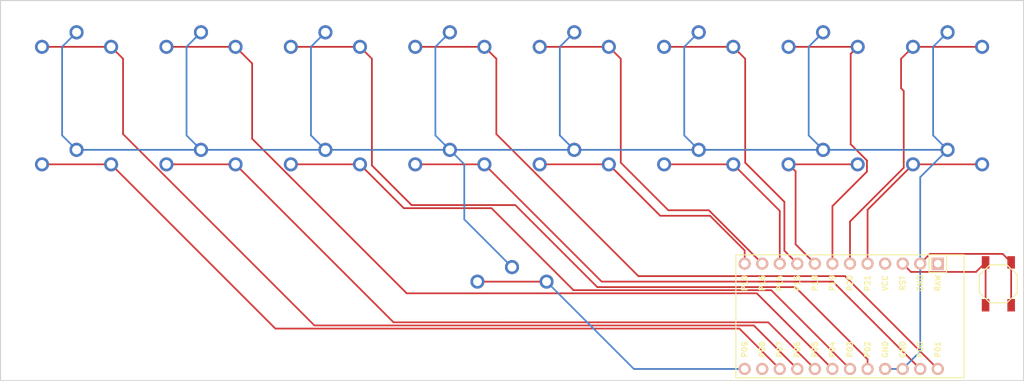
<source format=kicad_pcb>
(kicad_pcb (version 20221018) (generator pcbnew)
  (title_block (title "tutorial") (rev "v1.0.0") (company "Unknown"))
  (layers (0 "F.Cu" signal) (31 "B.Cu" signal) (34 "B.Paste" user) (35 "F.Paste" user) (36 "B.SilkS" user "B.Silkscreen") (37 "F.SilkS" user "F.Silkscreen") (38 "B.Mask" user) (39 "F.Mask" user) (44 "Edge.Cuts" user))
  (net 0 "")
  (net 1 "P6")
  (net 2 "GND")
  (net 3 "P4")
  (net 4 "P2")
  (net 5 "P1")
  (net 6 "P16")
  (net 7 "P15")
  (net 8 "P19")
  (net 9 "P20")
  (net 10 "P7")
  (net 11 "P5")
  (net 12 "P3")
  (net 13 "P0")
  (net 14 "P10")
  (net 15 "P14")
  (net 16 "P18")
  (net 17 "P21")
  (net 18 "P9")
  (net 19 "RAW")
  (net 20 "RST")
  (net 21 "VCC")
  (net 22 "P8")
  (footprint "E73:SW_TACT_ALPS_SKQGABE010" (layer "F.Cu") (at 160.225 56.855 -90)
    (fp_text reference "B1" hide)
    (fp_text value "" hide)
    (fp_line (start -2.75 -1.25) (end -2.75 1.25) (stroke (width 0.15)) (layer "F.SilkS"))
    (fp_line (start -2.75 -1.25) (end -1.25 -2.75) (stroke (width 0.15)) (layer "F.SilkS"))
    (fp_line (start -2.75 1.25) (end -1.25 2.75) (stroke (width 0.15)) (layer "F.SilkS"))
    (fp_line (start -1.25 -2.75) (end 1.25 -2.75) (stroke (width 0.15)) (layer "F.SilkS"))
    (fp_line (start -1.25 2.75) (end 1.25 2.75) (stroke (width 0.15)) (layer "F.SilkS"))
    (fp_line (start 2.75 -1.25) (end 1.25 -2.75) (stroke (width 0.15)) (layer "F.SilkS"))
    (fp_line (start 2.75 -1.25) (end 2.75 1.25) (stroke (width 0.15)) (layer "F.SilkS"))
    (fp_line (start 2.75 1.25) (end 1.25 2.75) (stroke (width 0.15)) (layer "F.SilkS"))
    (pad "1" smd rect (at -3.1 -1.85 270) (size 1.8 1.1) (layers "F.Cu" "F.Paste" "F.Mask") (net 2 "GND"))
    (pad "1" smd rect (at 3.1 -1.85 270) (size 1.8 1.1) (layers "F.Cu" "F.Paste" "F.Mask") (net 2 "GND"))
    (pad "2" smd rect (at -3.1 1.85 270) (size 1.8 1.1) (layers "F.Cu" "F.Paste" "F.Mask") (net 20 "RST"))
    (pad "2" smd rect (at 3.1 1.85 270) (size 1.8 1.1) (layers "F.Cu" "F.Paste" "F.Mask") (net 20 "RST"))
  )
  (footprint "PG1350" (layer "F.Cu") (at 44.875 26.375)
    (fp_text reference "S2" hide)
    (fp_text value "" hide)
    (pad "" np_thru_hole circle (at -5.5 0) (size 1.7018 1.7018) (drill 1.7018) (layers "*.Cu" "*.Mask"))
    (pad "" np_thru_hole circle (at 0 0) (size 3.429 3.429) (drill 3.429) (layers "*.Cu" "*.Mask"))
    (pad "" np_thru_hole circle (at 5.5 0) (size 1.7018 1.7018) (drill 1.7018) (layers "*.Cu" "*.Mask"))
    (pad "1" thru_hole circle (at -5 -3.8) (size 2.032 2.032) (drill 1.27) (layers "*.Cu" "*.Mask") (net 3 "P4"))
    (pad "1" thru_hole circle (at 5 -3.8) (size 2.032 2.032) (drill 1.27) (layers "*.Cu" "*.Mask") (net 3 "P4"))
    (pad "2" thru_hole circle (at 0 -5.9) (size 2.032 2.032) (drill 1.27) (layers "*.Cu" "*.Mask") (net 2 "GND"))
    (pad "2" thru_hole circle (at 0 -5.9) (size 2.032 2.032) (drill 1.27) (layers "*.Cu" "*.Mask") (net 2 "GND"))
  )
  (footprint "PG1350" (layer "F.Cu") (at 62.875 43.375)
    (fp_text reference "S11" hide)
    (fp_text value "" hide)
    (pad "" np_thru_hole circle (at -5.5 0) (size 1.7018 1.7018) (drill 1.7018) (layers "*.Cu" "*.Mask"))
    (pad "" np_thru_hole circle (at 0 0) (size 3.429 3.429) (drill 3.429) (layers "*.Cu" "*.Mask"))
    (pad "" np_thru_hole circle (at 5.5 0) (size 1.7018 1.7018) (drill 1.7018) (layers "*.Cu" "*.Mask"))
    (pad "1" thru_hole circle (at -5 -3.8) (size 2.032 2.032) (drill 1.27) (layers "*.Cu" "*.Mask") (net 12 "P3"))
    (pad "1" thru_hole circle (at 5 -3.8) (size 2.032 2.032) (drill 1.27) (layers "*.Cu" "*.Mask") (net 12 "P3"))
    (pad "2" thru_hole circle (at 0 -5.9) (size 2.032 2.032) (drill 1.27) (layers "*.Cu" "*.Mask") (net 2 "GND"))
    (pad "2" thru_hole circle (at 0 -5.9) (size 2.032 2.032) (drill 1.27) (layers "*.Cu" "*.Mask") (net 2 "GND"))
  )
  (footprint "PG1350" (layer "F.Cu") (at 152.875 43.375)
    (fp_text reference "S16" hide)
    (fp_text value "" hide)
    (pad "" np_thru_hole circle (at -5.5 0) (size 1.7018 1.7018) (drill 1.7018) (layers "*.Cu" "*.Mask"))
    (pad "" np_thru_hole circle (at 0 0) (size 3.429 3.429) (drill 3.429) (layers "*.Cu" "*.Mask"))
    (pad "" np_thru_hole circle (at 5.5 0) (size 1.7018 1.7018) (drill 1.7018) (layers "*.Cu" "*.Mask"))
    (pad "1" thru_hole circle (at -5 -3.8) (size 2.032 2.032) (drill 1.27) (layers "*.Cu" "*.Mask") (net 17 "P21"))
    (pad "1" thru_hole circle (at 5 -3.8) (size 2.032 2.032) (drill 1.27) (layers "*.Cu" "*.Mask") (net 17 "P21"))
    (pad "2" thru_hole circle (at 0 -5.9) (size 2.032 2.032) (drill 1.27) (layers "*.Cu" "*.Mask") (net 2 "GND"))
    (pad "2" thru_hole circle (at 0 -5.9) (size 2.032 2.032) (drill 1.27) (layers "*.Cu" "*.Mask") (net 2 "GND"))
  )
  (footprint "PG1350" (layer "F.Cu") (at 116.875 43.375)
    (fp_text reference "S14" hide)
    (fp_text value "" hide)
    (pad "" np_thru_hole circle (at -5.5 0) (size 1.7018 1.7018) (drill 1.7018) (layers "*.Cu" "*.Mask"))
    (pad "" np_thru_hole circle (at 0 0) (size 3.429 3.429) (drill 3.429) (layers "*.Cu" "*.Mask"))
    (pad "" np_thru_hole circle (at 5.5 0) (size 1.7018 1.7018) (drill 1.7018) (layers "*.Cu" "*.Mask"))
    (pad "1" thru_hole circle (at -5 -3.8) (size 2.032 2.032) (drill 1.27) (layers "*.Cu" "*.Mask") (net 15 "P14"))
    (pad "1" thru_hole circle (at 5 -3.8) (size 2.032 2.032) (drill 1.27) (layers "*.Cu" "*.Mask") (net 15 "P14"))
    (pad "2" thru_hole circle (at 0 -5.9) (size 2.032 2.032) (drill 1.27) (layers "*.Cu" "*.Mask") (net 2 "GND"))
    (pad "2" thru_hole circle (at 0 -5.9) (size 2.032 2.032) (drill 1.27) (layers "*.Cu" "*.Mask") (net 2 "GND"))
  )
  (footprint "PG1350" (layer "F.Cu") (at 134.875 26.375)
    (fp_text reference "S7" hide)
    (fp_text value "" hide)
    (pad "" np_thru_hole circle (at -5.5 0) (size 1.7018 1.7018) (drill 1.7018) (layers "*.Cu" "*.Mask"))
    (pad "" np_thru_hole circle (at 0 0) (size 3.429 3.429) (drill 3.429) (layers "*.Cu" "*.Mask"))
    (pad "" np_thru_hole circle (at 5.5 0) (size 1.7018 1.7018) (drill 1.7018) (layers "*.Cu" "*.Mask"))
    (pad "1" thru_hole circle (at -5 -3.8) (size 2.032 2.032) (drill 1.27) (layers "*.Cu" "*.Mask") (net 8 "P19"))
    (pad "1" thru_hole circle (at 5 -3.8) (size 2.032 2.032) (drill 1.27) (layers "*.Cu" "*.Mask") (net 8 "P19"))
    (pad "2" thru_hole circle (at 0 -5.9) (size 2.032 2.032) (drill 1.27) (layers "*.Cu" "*.Mask") (net 2 "GND"))
    (pad "2" thru_hole circle (at 0 -5.9) (size 2.032 2.032) (drill 1.27) (layers "*.Cu" "*.Mask") (net 2 "GND"))
  )
  (footprint "PG1350" (layer "F.Cu") (at 80.875 43.375)
    (fp_text reference "S12" hide)
    (fp_text value "" hide)
    (pad "" np_thru_hole circle (at -5.5 0) (size 1.7018 1.7018) (drill 1.7018) (layers "*.Cu" "*.Mask"))
    (pad "" np_thru_hole circle (at 0 0) (size 3.429 3.429) (drill 3.429) (layers "*.Cu" "*.Mask"))
    (pad "" np_thru_hole circle (at 5.5 0) (size 1.7018 1.7018) (drill 1.7018) (layers "*.Cu" "*.Mask"))
    (pad "1" thru_hole circle (at -5 -3.8) (size 2.032 2.032) (drill 1.27) (layers "*.Cu" "*.Mask") (net 13 "P0"))
    (pad "1" thru_hole circle (at 5 -3.8) (size 2.032 2.032) (drill 1.27) (layers "*.Cu" "*.Mask") (net 13 "P0"))
    (pad "2" thru_hole circle (at 0 -5.9) (size 2.032 2.032) (drill 1.27) (layers "*.Cu" "*.Mask") (net 2 "GND"))
    (pad "2" thru_hole circle (at 0 -5.9) (size 2.032 2.032) (drill 1.27) (layers "*.Cu" "*.Mask") (net 2 "GND"))
  )
  (footprint "PG1350" (layer "F.Cu") (at 89.867 60.342)
    (fp_text reference "S17" hide)
    (fp_text value "" hide)
    (pad "" np_thru_hole circle (at -5.5 0) (size 1.7018 1.7018) (drill 1.7018) (layers "*.Cu" "*.Mask"))
    (pad "" np_thru_hole circle (at 0 0) (size 3.429 3.429) (drill 3.429) (layers "*.Cu" "*.Mask"))
    (pad "" np_thru_hole circle (at 5.5 0) (size 1.7018 1.7018) (drill 1.7018) (layers "*.Cu" "*.Mask"))
    (pad "1" thru_hole circle (at -5 -3.8) (size 2.032 2.032) (drill 1.27) (layers "*.Cu" "*.Mask") (net 18 "P9"))
    (pad "1" thru_hole circle (at 5 -3.8) (size 2.032 2.032) (drill 1.27) (layers "*.Cu" "*.Mask") (net 18 "P9"))
    (pad "2" thru_hole circle (at 0 -5.9) (size 2.032 2.032) (drill 1.27) (layers "*.Cu" "*.Mask") (net 2 "GND"))
    (pad "2" thru_hole circle (at 0 -5.9) (size 2.032 2.032) (drill 1.27) (layers "*.Cu" "*.Mask") (net 2 "GND"))
  )
  (footprint "PG1350" (layer "F.Cu") (at 62.875 26.375)
    (fp_text reference "S3" hide)
    (fp_text value "" hide)
    (pad "" np_thru_hole circle (at -5.5 0) (size 1.7018 1.7018) (drill 1.7018) (layers "*.Cu" "*.Mask"))
    (pad "" np_thru_hole circle (at 0 0) (size 3.429 3.429) (drill 3.429) (layers "*.Cu" "*.Mask"))
    (pad "" np_thru_hole circle (at 5.5 0) (size 1.7018 1.7018) (drill 1.7018) (layers "*.Cu" "*.Mask"))
    (pad "1" thru_hole circle (at -5 -3.8) (size 2.032 2.032) (drill 1.27) (layers "*.Cu" "*.Mask") (net 4 "P2"))
    (pad "1" thru_hole circle (at 5 -3.8) (size 2.032 2.032) (drill 1.27) (layers "*.Cu" "*.Mask") (net 4 "P2"))
    (pad "2" thru_hole circle (at 0 -5.9) (size 2.032 2.032) (drill 1.27) (layers "*.Cu" "*.Mask") (net 2 "GND"))
    (pad "2" thru_hole circle (at 0 -5.9) (size 2.032 2.032) (drill 1.27) (layers "*.Cu" "*.Mask") (net 2 "GND"))
  )
  (footprint "PG1350" (layer "F.Cu") (at 152.875 26.375)
    (fp_text reference "S8" hide)
    (fp_text value "" hide)
    (pad "" np_thru_hole circle (at -5.5 0) (size 1.7018 1.7018) (drill 1.7018) (layers "*.Cu" "*.Mask"))
    (pad "" np_thru_hole circle (at 0 0) (size 3.429 3.429) (drill 3.429) (layers "*.Cu" "*.Mask"))
    (pad "" np_thru_hole circle (at 5.5 0) (size 1.7018 1.7018) (drill 1.7018) (layers "*.Cu" "*.Mask"))
    (pad "1" thru_hole circle (at -5 -3.8) (size 2.032 2.032) (drill 1.27) (layers "*.Cu" "*.Mask") (net 9 "P20"))
    (pad "1" thru_hole circle (at 5 -3.8) (size 2.032 2.032) (drill 1.27) (layers "*.Cu" "*.Mask") (net 9 "P20"))
    (pad "2" thru_hole circle (at 0 -5.9) (size 2.032 2.032) (drill 1.27) (layers "*.Cu" "*.Mask") (net 2 "GND"))
    (pad "2" thru_hole circle (at 0 -5.9) (size 2.032 2.032) (drill 1.27) (layers "*.Cu" "*.Mask") (net 2 "GND"))
  )
  (footprint "PG1350" (layer "F.Cu") (at 98.875 43.375)
    (fp_text reference "S13" hide)
    (fp_text value "" hide)
    (pad "" np_thru_hole circle (at -5.5 0) (size 1.7018 1.7018) (drill 1.7018) (layers "*.Cu" "*.Mask"))
    (pad "" np_thru_hole circle (at 0 0) (size 3.429 3.429) (drill 3.429) (layers "*.Cu" "*.Mask"))
    (pad "" np_thru_hole circle (at 5.5 0) (size 1.7018 1.7018) (drill 1.7018) (layers "*.Cu" "*.Mask"))
    (pad "1" thru_hole circle (at -5 -3.8) (size 2.032 2.032) (drill 1.27) (layers "*.Cu" "*.Mask") (net 14 "P10"))
    (pad "1" thru_hole circle (at 5 -3.8) (size 2.032 2.032) (drill 1.27) (layers "*.Cu" "*.Mask") (net 14 "P10"))
    (pad "2" thru_hole circle (at 0 -5.9) (size 2.032 2.032) (drill 1.27) (layers "*.Cu" "*.Mask") (net 2 "GND"))
    (pad "2" thru_hole circle (at 0 -5.9) (size 2.032 2.032) (drill 1.27) (layers "*.Cu" "*.Mask") (net 2 "GND"))
  )
  (footprint "PG1350" (layer "F.Cu") (at 80.875 26.375)
    (fp_text reference "S4" hide)
    (fp_text value "" hide)
    (pad "" np_thru_hole circle (at -5.5 0) (size 1.7018 1.7018) (drill 1.7018) (layers "*.Cu" "*.Mask"))
    (pad "" np_thru_hole circle (at 0 0) (size 3.429 3.429) (drill 3.429) (layers "*.Cu" "*.Mask"))
    (pad "" np_thru_hole circle (at 5.5 0) (size 1.7018 1.7018) (drill 1.7018) (layers "*.Cu" "*.Mask"))
    (pad "1" thru_hole circle (at -5 -3.8) (size 2.032 2.032) (drill 1.27) (layers "*.Cu" "*.Mask") (net 5 "P1"))
    (pad "1" thru_hole circle (at 5 -3.8) (size 2.032 2.032) (drill 1.27) (layers "*.Cu" "*.Mask") (net 5 "P1"))
    (pad "2" thru_hole circle (at 0 -5.9) (size 2.032 2.032) (drill 1.27) (layers "*.Cu" "*.Mask") (net 2 "GND"))
    (pad "2" thru_hole circle (at 0 -5.9) (size 2.032 2.032) (drill 1.27) (layers "*.Cu" "*.Mask") (net 2 "GND"))
  )
  (footprint "ProMicro" (layer "F.Cu") (at 137.492 61.554 180)
    (fp_text reference "MCU1" hide)
    (fp_text value "" hide)
    (fp_text user "P03" (at -1.27 -4.8 90) (layer "F.SilkS") (effects (font (size 0.8 0.8))))
    (fp_text user "P07" (at 8.89 -4.8 90) (layer "F.SilkS") (effects (font (size 0.8 0.8))))
    (fp_text user "P21" (at -3.81 4.8 90) (layer "F.SilkS") (effects (font (size 0.8 0.8))))
    (fp_text user "P05" (at 3.81 -4.8 90) (layer "F.SilkS") (effects (font (size 0.8 0.8))))
    (fp_text user "P20" (at -1.27 4.8 90) (layer "F.SilkS") (effects (font (size 0.8 0.8))))
    (fp_text user "GND" (at -6.35 -4.8 90) (layer "F.SilkS") (effects (font (size 0.8 0.8))))
    (fp_text user "P08" (at 11.43 -4.8 90) (layer "F.SilkS") (effects (font (size 0.8 0.8))))
    (fp_text user "P09" (at 13.97 -4.8 90) (layer "F.SilkS") (effects (font (size 0.8 0.8))))
    (fp_text user "P14" (at 8.89 4.8 90) (layer "F.SilkS") (effects (font (size 0.8 0.8))))
    (fp_text user "P16" (at 11.43 4.8 90) (layer "F.SilkS") (effects (font (size 0.8 0.8))))
    (fp_text user "P06" (at 6.35 -4.8 90) (layer "F.SilkS") (effects (font (size 0.8 0.8))))
    (fp_text user "P02" (at -3.81 -4.8 90) (layer "F.SilkS") (effects (font (size 0.8 0.8))))
    (fp_text user "GND" (at -11.43 4.8 90) (layer "F.SilkS") (effects (font (size 0.8 0.8))))
    (fp_text user "P19" (at 1.27 4.8 90) (layer "F.SilkS") (effects (font (size 0.8 0.8))))
    (fp_text user "P18" (at 3.81 4.8 90) (layer "F.SilkS") (effects (font (size 0.8 0.8))))
    (fp_text user "P00" (at -11.43 -4.8 90) (layer "F.SilkS") (effects (font (size 0.8 0.8))))
    (fp_text user "RST" (at -8.89 4.8 90) (layer "F.SilkS") (effects (font (size 0.8 0.8))))
    (fp_text user "P04" (at 1.27 -4.8 90) (layer "F.SilkS") (effects (font (size 0.8 0.8))))
    (fp_text user "P10" (at 13.97 4.8 90) (layer "F.SilkS") (effects (font (size 0.8 0.8))))
    (fp_text user "VCC" (at -6.35 4.8 90) (layer "F.SilkS") (effects (font (size 0.8 0.8))))
    (fp_text user "P01" (at -13.97 -4.8 90) (layer "F.SilkS") (effects (font (size 0.8 0.8))))
    (fp_text user "RAW" (at -13.97 4.8 90) (layer "F.SilkS") (effects (font (size 0.8 0.8))))
    (fp_text user "GND" (at -8.89 -4.8 90) (layer "F.SilkS") (effects (font (size 0.8 0.8))))
    (fp_text user "P15" (at 6.35 4.8 90) (layer "F.SilkS") (effects (font (size 0.8 0.8))))
    (fp_line (start -17.78 -8.89) (end -17.78 8.89) (stroke (width 0.15)) (layer "F.SilkS"))
    (fp_line (start -17.78 8.89) (end 15.24 8.89) (stroke (width 0.15)) (layer "F.SilkS"))
    (fp_line (start -15.24 6.35) (end -15.24 8.89) (stroke (width 0.15)) (layer "F.SilkS"))
    (fp_line (start -15.24 6.35) (end -12.7 6.35) (stroke (width 0.15)) (layer "F.SilkS"))
    (fp_line (start -12.7 6.35) (end -12.7 8.89) (stroke (width 0.15)) (layer "F.SilkS"))
    (fp_line (start 15.24 -8.89) (end -17.78 -8.89) (stroke (width 0.15)) (layer "F.SilkS"))
    (fp_line (start 15.24 8.89) (end 15.24 -8.89) (stroke (width 0.15)) (layer "F.SilkS"))
    (pad "1" thru_hole rect (at -13.97 7.62 180) (size 1.7526 1.7526) (drill 1.0922) (layers "*.Cu" "*.SilkS" "*.Mask") (net 19 "RAW"))
    (pad "2" thru_hole circle (at -11.43 7.62 180) (size 1.7526 1.7526) (drill 1.0922) (layers "*.Cu" "*.SilkS" "*.Mask") (net 2 "GND"))
    (pad "3" thru_hole circle (at -8.89 7.62 180) (size 1.7526 1.7526) (drill 1.0922) (layers "*.Cu" "*.SilkS" "*.Mask") (net 20 "RST"))
    (pad "4" thru_hole circle (at -6.35 7.62 180) (size 1.7526 1.7526) (drill 1.0922) (layers "*.Cu" "*.SilkS" "*.Mask") (net 21 "VCC"))
    (pad "5" thru_hole circle (at -3.81 7.62 180) (size 1.7526 1.7526) (drill 1.0922) (layers "*.Cu" "*.SilkS" "*.Mask") (net 17 "P21"))
    (pad "6" thru_hole circle (at -1.27 7.62 180) (size 1.7526 1.7526) (drill 1.0922) (layers "*.Cu" "*.SilkS" "*.Mask") (net 9 "P20"))
    (pad "7" thru_hole circle (at 1.27 7.62 180) (size 1.7526 1.7526) (drill 1.0922) (layers "*.Cu" "*.SilkS" "*.Mask") (net 8 "P19"))
    (pad "8" thru_hole circle (at 3.81 7.62 180) (size 1.7526 1.7526) (drill 1.0922) (layers "*.Cu" "*.SilkS" "*.Mask") (net 16 "P18"))
    (pad "9" thru_hole circle (at 6.35 7.62 180) (size 1.7526 1.7526) (drill 1.0922) (layers "*.Cu" "*.SilkS" "*.Mask") (net 7 "P15"))
    (pad "10" thru_hole circle (at 8.89 7.62 180) (size 1.7526 1.7526) (drill 1.0922) (layers "*.Cu" "*.SilkS" "*.Mask") (net 15 "P14"))
    (pad "11" thru_hole circle (at 11.43 7.62 180) (size 1.7526 1.7526) (drill 1.0922) (layers "*.Cu" "*.SilkS" "*.Mask") (net 6 "P16"))
    (pad "12" thru_hole circle (at 13.97 7.62 180) (size 1.7526 1.7526) (drill 1.0922) (layers "*.Cu" "*.SilkS" "*.Mask") (net 14 "P10"))
    (pad "13" thru_hole circle (at -13.97 -7.62 180) (size 1.7526 1.7526) (drill 1.0922) (layers "*.Cu" "*.SilkS" "*.Mask") (net 5 "P1"))
    (pad "14" thru_hole circle (at -11.43 -7.62 180) (size 1.7526 1.7526) (drill 1.0922) (layers "*.Cu" "*.SilkS" "*.Mask") (net 13 "P0"))
    (pad "15" thru_hole circle (at -8.89 -7.62 180) (size 1.7526 1.7526) (drill 1.0922) (layers "*.Cu" "*.SilkS" "*.Mask") (net 2 "GND"))
    (pad "16" thru_hole circle (at -6.35 -7.62 180) (size 1.7526 1.7526) (drill 1.0922) (layers "*.Cu" "*.SilkS" "*.Mask") (net 2 "GND"))
    (pad "17" thru_hole circle (at -3.81 -7.62 180) (size 1.7526 1.7526) (drill 1.0922) (layers "*.Cu" "*.SilkS" "*.Mask") (net 4 "P2"))
    (pad "18" thru_hole circle (at -1.27 -7.62 180) (size 1.7526 1.7526) (drill 1.0922) (layers "*.Cu" "*.SilkS" "*.Mask") (net 12 "P3"))
    (pad "19" thru_hole circle (at 1.27 -7.62 180) (size 1.7526 1.7526) (drill 1.0922) (layers "*.Cu" "*.SilkS" "*.Mask") (net 3 "P4"))
    (pad "20" thru_hole circle (at 3.81 -7.62 180) (size 1.7526 1.7526) (drill 1.0922) (layers "*.Cu" "*.SilkS" "*.Mask") (net 11 "P5"))
    (pad "21" thru_hole circle (at 6.35 -7.62 180) (size 1.7526 1.7526) (drill 1.0922) (layers "*.Cu" "*.SilkS" "*.Mask") (net 1 "P6"))
    (pad "22" thru_hole circle (at 8.89 -7.62 180) (size 1.7526 1.7526) (drill 1.0922) (layers "*.Cu" "*.SilkS" "*.Mask") (net 10 "P7"))
    (pad "23" thru_hole circle (at 11.43 -7.62 180) (size 1.7526 1.7526) (drill 1.0922) (layers "*.Cu" "*.SilkS" "*.Mask") (net 22 "P8"))
    (pad "24" thru_hole circle (at 13.97 -7.62 180) (size 1.7526 1.7526) (drill 1.0922) (layers "*.Cu" "*.SilkS" "*.Mask") (net 18 "P9"))
  )
  (footprint "PG1350" (layer "F.Cu") (at 26.875 26.375)
    (fp_text reference "S1" hide)
    (fp_text value "" hide)
    (pad "" np_thru_hole circle (at -5.5 0) (size 1.7018 1.7018) (drill 1.7018) (layers "*.Cu" "*.Mask"))
    (pad "" np_thru_hole circle (at 0 0) (size 3.429 3.429) (drill 3.429) (layers "*.Cu" "*.Mask"))
    (pad "" np_thru_hole circle (at 5.5 0) (size 1.7018 1.7018) (drill 1.7018) (layers "*.Cu" "*.Mask"))
    (pad "1" thru_hole circle (at -5 -3.8) (size 2.032 2.032) (drill 1.27) (layers "*.Cu" "*.Mask") (net 1 "P6"))
    (pad "1" thru_hole circle (at 5 -3.8) (size 2.032 2.032) (drill 1.27) (layers "*.Cu" "*.Mask") (net 1 "P6"))
    (pad "2" thru_hole circle (at 0 -5.9) (size 2.032 2.032) (drill 1.27) (layers "*.Cu" "*.Mask") (net 2 "GND"))
    (pad "2" thru_hole circle (at 0 -5.9) (size 2.032 2.032) (drill 1.27) (layers "*.Cu" "*.Mask") (net 2 "GND"))
  )
  (footprint "PG1350" (layer "F.Cu") (at 116.875 26.375)
    (fp_text reference "S6" hide)
    (fp_text value "" hide)
    (pad "" np_thru_hole circle (at -5.5 0) (size 1.7018 1.7018) (drill 1.7018) (layers "*.Cu" "*.Mask"))
    (pad "" np_thru_hole circle (at 0 0) (size 3.429 3.429) (drill 3.429) (layers "*.Cu" "*.Mask"))
    (pad "" np_thru_hole circle (at 5.5 0) (size 1.7018 1.7018) (drill 1.7018) (layers "*.Cu" "*.Mask"))
    (pad "1" thru_hole circle (at -5 -3.8) (size 2.032 2.032) (drill 1.27) (layers "*.Cu" "*.Mask") (net 7 "P15"))
    (pad "1" thru_hole circle (at 5 -3.8) (size 2.032 2.032) (drill 1.27) (layers "*.Cu" "*.Mask") (net 7 "P15"))
    (pad "2" thru_hole circle (at 0 -5.9) (size 2.032 2.032) (drill 1.27) (layers "*.Cu" "*.Mask") (net 2 "GND"))
    (pad "2" thru_hole circle (at 0 -5.9) (size 2.032 2.032) (drill 1.27) (layers "*.Cu" "*.Mask") (net 2 "GND"))
  )
  (footprint "PG1350" (layer "F.Cu") (at 134.875 43.375)
    (fp_text reference "S15" hide)
    (fp_text value "" hide)
    (pad "" np_thru_hole circle (at -5.5 0) (size 1.7018 1.7018) (drill 1.7018) (layers "*.Cu" "*.Mask"))
    (pad "" np_thru_hole circle (at 0 0) (size 3.429 3.429) (drill 3.429) (layers "*.Cu" "*.Mask"))
    (pad "" np_thru_hole circle (at 5.5 0) (size 1.7018 1.7018) (drill 1.7018) (layers "*.Cu" "*.Mask"))
    (pad "1" thru_hole circle (at -5 -3.8) (size 2.032 2.032) (drill 1.27) (layers "*.Cu" "*.Mask") (net 16 "P18"))
    (pad "1" thru_hole circle (at 5 -3.8) (size 2.032 2.032) (drill 1.27) (layers "*.Cu" "*.Mask") (net 16 "P18"))
    (pad "2" thru_hole circle (at 0 -5.9) (size 2.032 2.032) (drill 1.27) (layers "*.Cu" "*.Mask") (net 2 "GND"))
    (pad "2" thru_hole circle (at 0 -5.9) (size 2.032 2.032) (drill 1.27) (layers "*.Cu" "*.Mask") (net 2 "GND"))
  )
  (footprint "PG1350" (layer "F.Cu") (at 98.875 26.375)
    (fp_text reference "S5" hide)
    (fp_text value "" hide)
    (pad "" np_thru_hole circle (at -5.5 0) (size 1.7018 1.7018) (drill 1.7018) (layers "*.Cu" "*.Mask"))
    (pad "" np_thru_hole circle (at 0 0) (size 3.429 3.429) (drill 3.429) (layers "*.Cu" "*.Mask"))
    (pad "" np_thru_hole circle (at 5.5 0) (size 1.7018 1.7018) (drill 1.7018) (layers "*.Cu" "*.Mask"))
    (pad "1" thru_hole circle (at -5 -3.8) (size 2.032 2.032) (drill 1.27) (layers "*.Cu" "*.Mask") (net 6 "P16"))
    (pad "1" thru_hole circle (at 5 -3.8) (size 2.032 2.032) (drill 1.27) (layers "*.Cu" "*.Mask") (net 6 "P16"))
    (pad "2" thru_hole circle (at 0 -5.9) (size 2.032 2.032) (drill 1.27) (layers "*.Cu" "*.Mask") (net 2 "GND"))
    (pad "2" thru_hole circle (at 0 -5.9) (size 2.032 2.032) (drill 1.27) (layers "*.Cu" "*.Mask") (net 2 "GND"))
  )
  (footprint "PG1350" (layer "F.Cu") (at 26.875 43.375)
    (fp_text reference "S9" hide)
    (fp_text value "" hide)
    (pad "" np_thru_hole circle (at -5.5 0) (size 1.7018 1.7018) (drill 1.7018) (layers "*.Cu" "*.Mask"))
    (pad "" np_thru_hole circle (at 0 0) (size 3.429 3.429) (drill 3.429) (layers "*.Cu" "*.Mask"))
    (pad "" np_thru_hole circle (at 5.5 0) (size 1.7018 1.7018) (drill 1.7018) (layers "*.Cu" "*.Mask"))
    (pad "1" thru_hole circle (at -5 -3.8) (size 2.032 2.032) (drill 1.27) (layers "*.Cu" "*.Mask") (net 10 "P7"))
    (pad "1" thru_hole circle (at 5 -3.8) (size 2.032 2.032) (drill 1.27) (layers "*.Cu" "*.Mask") (net 10 "P7"))
    (pad "2" thru_hole circle (at 0 -5.9) (size 2.032 2.032) (drill 1.27) (layers "*.Cu" "*.Mask") (net 2 "GND"))
    (pad "2" thru_hole circle (at 0 -5.9) (size 2.032 2.032) (drill 1.27) (layers "*.Cu" "*.Mask") (net 2 "GND"))
  )
  (footprint "PG1350" (layer "F.Cu") (at 44.875 43.375)
    (fp_text reference "S10" hide)
    (fp_text value "" hide)
    (pad "" np_thru_hole circle (at -5.5 0) (size 1.7018 1.7018) (drill 1.7018) (layers "*.Cu" "*.Mask"))
    (pad "" np_thru_hole circle (at 0 0) (size 3.429 3.429) (drill 3.429) (layers "*.Cu" "*.Mask"))
    (pad "" np_thru_hole circle (at 5.5 0) (size 1.7018 1.7018) (drill 1.7018) (layers "*.Cu" "*.Mask"))
    (pad "1" thru_hole circle (at -5 -3.8) (size 2.032 2.032) (drill 1.27) (layers "*.Cu" "*.Mask") (net 11 "P5"))
    (pad "1" thru_hole circle (at 5 -3.8) (size 2.032 2.032) (drill 1.27) (layers "*.Cu" "*.Mask") (net 11 "P5"))
    (pad "2" thru_hole circle (at 0 -5.9) (size 2.032 2.032) (drill 1.27) (layers "*.Cu" "*.Mask") (net 2 "GND"))
    (pad "2" thru_hole circle (at 0 -5.9) (size 2.032 2.032) (drill 1.27) (layers "*.Cu" "*.Mask") (net 2 "GND"))
  )
  (gr_line (start 15.875 70.875) (end 15.875 15.875) (stroke (width 0.15)) (layer "Edge.Cuts"))
  (gr_line (start 163.875 15.875) (end 163.875 70.875) (stroke (width 0.15)) (layer "Edge.Cuts"))
  (gr_line (start 15.875 15.875) (end 163.875 15.875) (stroke (width 0.15)) (layer "Edge.Cuts"))
  (gr_line (start 163.875 70.875) (end 15.875 70.875) (stroke (width 0.15)) (layer "Edge.Cuts"))
  (segment (start 33.6009 35.197361) (end 33.6009 24.3009) (width 0.25) (layer "F.Cu") (net 1))
  (segment (start 33.6009 24.3009) (end 31.875 22.575) (width 0.25) (layer "F.Cu") (net 1))
  (segment (start 131.142 69.174) (end 124.8495 62.8815) (width 0.25) (layer "F.Cu") (net 1))
  (segment (start 31.875 22.575) (end 21.875 22.575) (width 0.25) (layer "F.Cu") (net 1))
  (segment (start 61.285039 62.8815) (end 33.6009 35.197361) (width 0.25) (layer "F.Cu") (net 1))
  (segment (start 124.8495 62.8815) (end 61.285039 62.8815) (width 0.25) (layer "F.Cu") (net 1))
  (segment (start 150.326 52.53) (end 148.922 53.934) (width 0.25) (layer "F.Cu") (net 2))
  (segment (start 162.075 53.755) (end 162.075 59.955) (width 0.25) (layer "F.Cu") (net 2))
  (segment (start 162.075 53.755) (end 160.85 52.53) (width 0.25) (layer "F.Cu") (net 2))
  (segment (start 160.85 52.53) (end 150.326 52.53) (width 0.25) (layer "F.Cu") (net 2))
  (segment (start 42.7855 35.3855) (end 44.875 37.475) (width 0.25) (layer "B.Cu") (net 2))
  (segment (start 150.7855 35.3855) (end 152.875 37.475) (width 0.25) (layer "B.Cu") (net 2))
  (segment (start 78.7855 22.5645) (end 78.7855 35.3855) (width 0.25) (layer "B.Cu") (net 2))
  (segment (start 152.875 37.475) (end 148.922 41.428) (width 0.25) (layer "B.Cu") (net 2))
  (segment (start 80.875 37.475) (end 98.875 37.475) (width 0.25) (layer "B.Cu") (net 2))
  (segment (start 114.7855 22.5645) (end 114.7855 35.3855) (width 0.25) (layer "B.Cu") (net 2))
  (segment (start 148.922 41.428) (end 148.922 53.934) (width 0.25) (layer "B.Cu") (net 2))
  (segment (start 80.875 20.475) (end 78.7855 22.5645) (width 0.25) (layer "B.Cu") (net 2))
  (segment (start 143.842 69.174) (end 146.382 69.174) (width 0.25) (layer "B.Cu") (net 2))
  (segment (start 26.875 20.475) (end 24.7855 22.5645) (width 0.25) (layer "B.Cu") (net 2))
  (segment (start 98.875 20.475) (end 96.7855 22.5645) (width 0.25) (layer "B.Cu") (net 2))
  (segment (start 44.875 20.475) (end 42.7855 22.5645) (width 0.25) (layer "B.Cu") (net 2))
  (segment (start 98.875 37.475) (end 116.875 37.475) (width 0.25) (layer "B.Cu") (net 2))
  (segment (start 96.7855 22.5645) (end 96.7855 35.3855) (width 0.25) (layer "B.Cu") (net 2))
  (segment (start 152.875 20.475) (end 150.7855 22.5645) (width 0.25) (layer "B.Cu") (net 2))
  (segment (start 82.9645 39.5645) (end 82.9645 47.5395) (width 0.25) (layer "B.Cu") (net 2))
  (segment (start 114.7855 35.3855) (end 116.875 37.475) (width 0.25) (layer "B.Cu") (net 2))
  (segment (start 96.7855 35.3855) (end 98.875 37.475) (width 0.25) (layer "B.Cu") (net 2))
  (segment (start 132.7855 22.5645) (end 132.7855 35.3855) (width 0.25) (layer "B.Cu") (net 2))
  (segment (start 150.7855 22.5645) (end 150.7855 35.3855) (width 0.25) (layer "B.Cu") (net 2))
  (segment (start 132.7855 35.3855) (end 134.875 37.475) (width 0.25) (layer "B.Cu") (net 2))
  (segment (start 60.7855 22.5645) (end 60.7855 35.3855) (width 0.25) (layer "B.Cu") (net 2))
  (segment (start 78.7855 35.3855) (end 80.875 37.475) (width 0.25) (layer "B.Cu") (net 2))
  (segment (start 42.7855 22.5645) (end 42.7855 35.3855) (width 0.25) (layer "B.Cu") (net 2))
  (segment (start 80.875 37.475) (end 82.9645 39.5645) (width 0.25) (layer "B.Cu") (net 2))
  (segment (start 116.875 37.475) (end 134.875 37.475) (width 0.25) (layer "B.Cu") (net 2))
  (segment (start 134.875 20.475) (end 132.7855 22.5645) (width 0.25) (layer "B.Cu") (net 2))
  (segment (start 116.875 20.475) (end 114.7855 22.5645) (width 0.25) (layer "B.Cu") (net 2))
  (segment (start 60.7855 35.3855) (end 62.875 37.475) (width 0.25) (layer "B.Cu") (net 2))
  (segment (start 62.875 37.475) (end 80.875 37.475) (width 0.25) (layer "B.Cu") (net 2))
  (segment (start 134.875 37.475) (end 152.875 37.475) (width 0.25) (layer "B.Cu") (net 2))
  (segment (start 26.875 37.475) (end 44.875 37.475) (width 0.25) (layer "B.Cu") (net 2))
  (segment (start 24.7855 22.5645) (end 24.7855 35.3855) (width 0.25) (layer "B.Cu") (net 2))
  (segment (start 24.7855 35.3855) (end 26.875 37.475) (width 0.25) (layer "B.Cu") (net 2))
  (segment (start 62.875 20.475) (end 60.7855 22.5645) (width 0.25) (layer "B.Cu") (net 2))
  (segment (start 44.875 37.475) (end 62.875 37.475) (width 0.25) (layer "B.Cu") (net 2))
  (segment (start 148.922 53.934) (end 148.922 66.634) (width 0.25) (layer "B.Cu") (net 2))
  (segment (start 82.9645 47.5395) (end 89.867 54.442) (width 0.25) (layer "B.Cu") (net 2))
  (segment (start 148.922 66.634) (end 146.382 69.174) (width 0.25) (layer "B.Cu") (net 2))
  (segment (start 52.275 24.975) (end 49.875 22.575) (width 0.25) (layer "F.Cu") (net 3))
  (segment (start 136.222 69.174) (end 125.27925 58.23125) (width 0.25) (layer "F.Cu") (net 3))
  (segment (start 39.875 22.575) (end 49.875 22.575) (width 0.25) (layer "F.Cu") (net 3))
  (segment (start 125.27925 58.23125) (end 74.634789 58.23125) (width 0.25) (layer "F.Cu") (net 3))
  (segment (start 52.275 35.871461) (end 52.275 24.975) (width 0.25) (layer "F.Cu") (net 3))
  (segment (start 74.634789 58.23125) (end 52.275 35.871461) (width 0.25) (layer "F.Cu") (net 3))
  (segment (start 141.302 67.777) (end 141.302 69.174) (width 0.25) (layer "F.Cu") (net 4))
  (segment (start 57.875 22.575) (end 67.875 22.575) (width 0.25) (layer "F.Cu") (net 4))
  (segment (start 69.6009 39.73215) (end 75.33325 45.4645) (width 0.25) (layer "F.Cu") (net 4))
  (segment (start 90.3355 45.4645) (end 102.20225 57.33125) (width 0.25) (layer "F.Cu") (net 4))
  (segment (start 67.875 22.575) (end 69.6009 24.3009) (width 0.25) (layer "F.Cu") (net 4))
  (segment (start 102.20225 57.33125) (end 130.85625 57.33125) (width 0.25) (layer "F.Cu") (net 4))
  (segment (start 75.33325 45.4645) (end 90.3355 45.4645) (width 0.25) (layer "F.Cu") (net 4))
  (segment (start 130.85625 57.33125) (end 141.302 67.777) (width 0.25) (layer "F.Cu") (net 4))
  (segment (start 69.6009 24.3009) (end 69.6009 39.73215) (width 0.25) (layer "F.Cu") (net 4))
  (segment (start 108.147289 55.74375) (end 138.03175 55.74375) (width 0.25) (layer "F.Cu") (net 5))
  (segment (start 87.6009 24.3009) (end 87.6009 35.197361) (width 0.25) (layer "F.Cu") (net 5))
  (segment (start 138.03175 55.74375) (end 151.462 69.174) (width 0.25) (layer "F.Cu") (net 5))
  (segment (start 85.875 22.575) (end 87.6009 24.3009) (width 0.25) (layer "F.Cu") (net 5))
  (segment (start 87.6009 35.197361) (end 108.147289 55.74375) (width 0.25) (layer "F.Cu") (net 5))
  (segment (start 75.875 22.575) (end 85.875 22.575) (width 0.25) (layer "F.Cu") (net 5))
  (segment (start 93.875 22.575) (end 103.875 22.575) (width 0.25) (layer "F.Cu") (net 6))
  (segment (start 105.6009 24.3009) (end 105.6009 39.334584) (width 0.25) (layer "F.Cu") (net 6))
  (segment (start 118.34675 46.21875) (end 126.062 53.934) (width 0.25) (layer "F.Cu") (net 6))
  (segment (start 105.6009 39.334584) (end 112.485066 46.21875) (width 0.25) (layer "F.Cu") (net 6))
  (segment (start 112.485066 46.21875) (end 118.34675 46.21875) (width 0.25) (layer "F.Cu") (net 6))
  (segment (start 103.875 22.575) (end 105.6009 24.3009) (width 0.25) (layer "F.Cu") (net 6))
  (segment (start 123.6009 39.334584) (end 123.6009 24.3009) (width 0.25) (layer "F.Cu") (net 7))
  (segment (start 123.6009 24.3009) (end 121.875 22.575) (width 0.25) (layer "F.Cu") (net 7))
  (segment (start 111.875 22.575) (end 121.875 22.575) (width 0.25) (layer "F.Cu") (net 7))
  (segment (start 129.26875 45.002434) (end 123.6009 39.334584) (width 0.25) (layer "F.Cu") (net 7))
  (segment (start 129.26875 52.06075) (end 129.26875 45.002434) (width 0.25) (layer "F.Cu") (net 7))
  (segment (start 131.142 53.934) (end 129.26875 52.06075) (width 0.25) (layer "F.Cu") (net 7))
  (segment (start 138.859001 36.66254) (end 141.216 39.019539) (width 0.25) (layer "F.Cu") (net 8))
  (segment (start 129.875 22.575) (end 139.875 22.575) (width 0.25) (layer "F.Cu") (net 8))
  (segment (start 141.216 40.6215) (end 136.222 45.6155) (width 0.25) (layer "F.Cu") (net 8))
  (segment (start 141.216 39.019539) (end 141.216 40.6215) (width 0.25) (layer "F.Cu") (net 8))
  (segment (start 138.859001 23.590999) (end 138.859001 36.66254) (width 0.25) (layer "F.Cu") (net 8))
  (segment (start 136.222 45.6155) (end 136.222 53.934) (width 0.25) (layer "F.Cu") (net 8))
  (segment (start 139.875 22.575) (end 138.859001 23.590999) (width 0.25) (layer "F.Cu") (net 8))
  (segment (start 146.534 40.066) (end 138.762 47.838) (width 0.25) (layer "F.Cu") (net 9))
  (segment (start 147.875 22.575) (end 157.875 22.575) (width 0.25) (layer "F.Cu") (net 9))
  (segment (start 146.534 28.949684) (end 146.534 40.066) (width 0.25) (layer "F.Cu") (net 9))
  (segment (start 138.762 47.838) (end 138.762 53.934) (width 0.25) (layer "F.Cu") (net 9))
  (segment (start 147.875 22.575) (end 146.1491 24.3009) (width 0.25) (layer "F.Cu") (net 9))
  (segment (start 146.1491 24.3009) (end 146.1491 28.564784) (width 0.25) (layer "F.Cu") (net 9))
  (segment (start 146.1491 28.564784) (end 146.534 28.949684) (width 0.25) (layer "F.Cu") (net 9))
  (segment (start 55.6315 63.3315) (end 31.875 39.575) (width 0.25) (layer "F.Cu") (net 10))
  (segment (start 128.602 69.174) (end 122.7595 63.3315) (width 0.25) (layer "F.Cu") (net 10))
  (segment (start 31.875 39.575) (end 21.875 39.575) (width 0.25) (layer "F.Cu") (net 10))
  (segment (start 122.7595 63.3315) (end 55.6315 63.3315) (width 0.25) (layer "F.Cu") (net 10))
  (segment (start 49.875 39.575) (end 39.875 39.575) (width 0.25) (layer "F.Cu") (net 11))
  (segment (start 49.875 39.575) (end 72.7315 62.4315) (width 0.25) (layer "F.Cu") (net 11))
  (segment (start 72.7315 62.4315) (end 126.9395 62.4315) (width 0.25) (layer "F.Cu") (net 11))
  (segment (start 126.9395 62.4315) (end 133.682 69.174) (width 0.25) (layer "F.Cu") (net 11))
  (segment (start 138.762 69.174) (end 127.36925 57.78125) (width 0.25) (layer "F.Cu") (net 12))
  (segment (start 67.875 39.575) (end 57.875 39.575) (width 0.25) (layer "F.Cu") (net 12))
  (segment (start 127.36925 57.78125) (end 98.7625 57.78125) (width 0.25) (layer "F.Cu") (net 12))
  (segment (start 86.89575 45.9145) (end 74.2145 45.9145) (width 0.25) (layer "F.Cu") (net 12))
  (segment (start 98.7625 57.78125) (end 86.89575 45.9145) (width 0.25) (layer "F.Cu") (net 12))
  (segment (start 74.2145 45.9145) (end 67.875 39.575) (width 0.25) (layer "F.Cu") (net 12))
  (segment (start 136.2855 56.5375) (end 102.8375 56.5375) (width 0.25) (layer "F.Cu") (net 13))
  (segment (start 102.8375 56.5375) (end 85.875 39.575) (width 0.25) (layer "F.Cu") (net 13))
  (segment (start 148.922 69.174) (end 136.2855 56.5375) (width 0.25) (layer "F.Cu") (net 13))
  (segment (start 85.875 39.575) (end 75.875 39.575) (width 0.25) (layer "F.Cu") (net 13))
  (segment (start 111.3125 47.0125) (end 103.875 39.575) (width 0.25) (layer "F.Cu") (net 14))
  (segment (start 123.522 52.030396) (end 118.504104 47.0125) (width 0.25) (layer "F.Cu") (net 14))
  (segment (start 103.875 39.575) (end 93.875 39.575) (width 0.25) (layer "F.Cu") (net 14))
  (segment (start 123.522 53.934) (end 123.522 52.030396) (width 0.25) (layer "F.Cu") (net 14))
  (segment (start 118.504104 47.0125) (end 111.3125 47.0125) (width 0.25) (layer "F.Cu") (net 14))
  (segment (start 128.602 46.302) (end 128.602 53.934) (width 0.25) (layer "F.Cu") (net 15))
  (segment (start 121.875 39.575) (end 111.875 39.575) (width 0.25) (layer "F.Cu") (net 15))
  (segment (start 121.875 39.575) (end 128.602 46.302) (width 0.25) (layer "F.Cu") (net 15))
  (segment (start 130.890999 51.142999) (end 133.682 53.934) (width 0.25) (layer "F.Cu") (net 16))
  (segment (start 139.875 39.575) (end 129.875 39.575) (width 0.25) (layer "F.Cu") (net 16))
  (segment (start 130.890999 40.590999) (end 130.890999 51.142999) (width 0.25) (layer "F.Cu") (net 16))
  (segment (start 129.875 39.575) (end 130.890999 40.590999) (width 0.25) (layer "F.Cu") (net 16))
  (segment (start 147.875 39.575) (end 141.302 46.148) (width 0.25) (layer "F.Cu") (net 17))
  (segment (start 141.302 46.148) (end 141.302 53.934) (width 0.25) (layer "F.Cu") (net 17))
  (segment (start 147.875 39.575) (end 157.875 39.575) (width 0.25) (layer "F.Cu") (net 17))
  (segment (start 94.867 56.542) (end 84.867 56.542) (width 0.25) (layer "F.Cu") (net 18))
  (segment (start 123.522 69.174) (end 107.499 69.174) (width 0.25) (layer "B.Cu") (net 18))
  (segment (start 107.499 69.174) (end 94.867 56.542) (width 0.25) (layer "B.Cu") (net 18))
  (segment (start 158.375 53.755) (end 158.375 59.955) (width 0.25) (layer "F.Cu") (net 20))
  (segment (start 158.375 53.755) (end 156.9947 55.1353) (width 0.25) (layer "F.Cu") (net 20))
  (segment (start 147.5833 55.1353) (end 146.382 53.934) (width 0.25) (layer "F.Cu") (net 20))
  (segment (start 156.9947 55.1353) (end 147.5833 55.1353) (width 0.25) (layer "F.Cu") (net 20))
)
</source>
